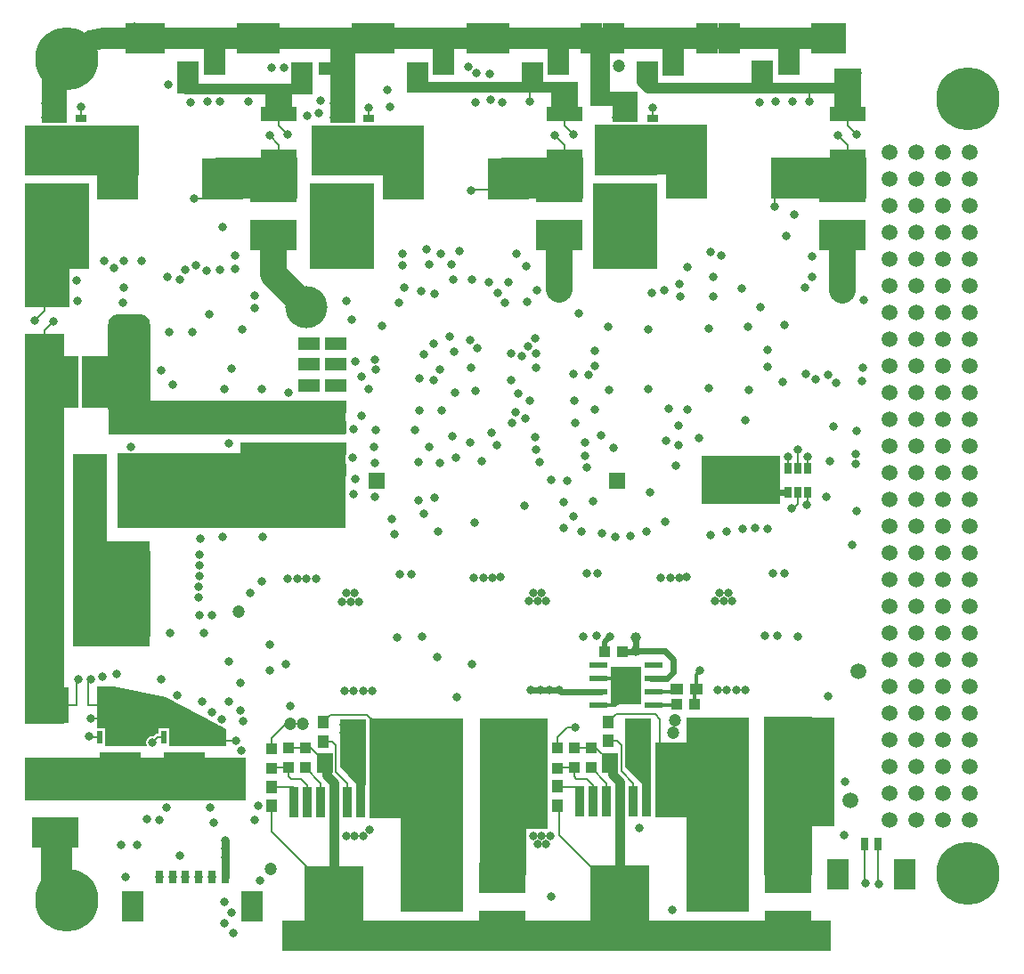
<source format=gtl>
%FSLAX44Y44*%
%MOMM*%
G71*
G01*
G75*
G04 Layer_Physical_Order=1*
G04 Layer_Color=255*
%ADD10C,2.0000*%
%ADD11R,5.6000X6.3500*%
%ADD12R,0.9100X3.0000*%
%ADD13R,3.5000X1.4000*%
%ADD14R,1.4000X3.5000*%
%ADD15R,1.1000X1.1000*%
%ADD16R,1.0000X0.7000*%
%ADD17R,0.8000X1.3000*%
%ADD18R,2.1000X3.0000*%
%ADD19R,4.0000X4.0000*%
%ADD20R,6.0000X6.0000*%
%ADD21R,6.0000X2.0000*%
%ADD22R,4.5000X3.0000*%
%ADD23R,1.1000X1.2000*%
%ADD24R,1.5000X1.9000*%
%ADD25R,0.6100X1.2700*%
%ADD26R,3.9100X3.7500*%
%ADD27R,1.2000X1.1000*%
%ADD28R,1.0000X1.1000*%
G04:AMPARAMS|DCode=29|XSize=4mm|YSize=10mm|CornerRadius=1mm|HoleSize=0mm|Usage=FLASHONLY|Rotation=0.000|XOffset=0mm|YOffset=0mm|HoleType=Round|Shape=RoundedRectangle|*
%AMROUNDEDRECTD29*
21,1,4.0000,8.0000,0,0,0.0*
21,1,2.0000,10.0000,0,0,0.0*
1,1,2.0000,1.0000,-4.0000*
1,1,2.0000,-1.0000,-4.0000*
1,1,2.0000,-1.0000,4.0000*
1,1,2.0000,1.0000,4.0000*
%
%ADD29ROUNDEDRECTD29*%
%ADD30R,2.0000X1.2000*%
%ADD31R,3.2000X1.0000*%
%ADD32R,1.7500X0.6000*%
%ADD33R,2.8500X3.6000*%
%ADD34R,0.6500X1.0500*%
%ADD35C,0.6000*%
%ADD36C,0.5000*%
%ADD37C,0.2000*%
%ADD38C,0.3000*%
%ADD39C,3.0000*%
%ADD40C,0.8000*%
%ADD41C,1.0000*%
%ADD42C,0.9000*%
%ADD43C,2.5000*%
%ADD44R,7.4500X4.6250*%
%ADD45R,9.9750X4.0250*%
%ADD46R,5.1750X10.4000*%
%ADD47R,4.5050X10.5100*%
%ADD48R,6.0000X12.8250*%
%ADD49R,3.6750X7.1250*%
%ADD50R,4.4500X9.4500*%
%ADD51R,3.3500X4.9500*%
%ADD52R,2.7750X4.9500*%
%ADD53R,2.4750X3.0000*%
%ADD54R,1.6750X2.9750*%
%ADD55R,3.4750X1.4000*%
%ADD56R,1.9750X6.4580*%
%ADD57R,1.0000X0.5750*%
%ADD58R,6.0000X14.0500*%
%ADD59R,2.4000X2.8960*%
%ADD60R,6.1000X8.1000*%
%ADD61R,10.7750X4.8000*%
%ADD62R,7.8000X3.9750*%
%ADD63R,2.4320X7.9440*%
%ADD64R,3.8000X37.1000*%
%ADD65R,21.1000X4.0500*%
%ADD66R,10.8840X4.8000*%
%ADD67R,2.4000X6.0670*%
%ADD68R,52.1900X2.9500*%
%ADD69R,4.5050X14.9600*%
%ADD70R,0.9250X1.1250*%
%ADD71R,4.5300X15.0600*%
%ADD72R,4.3240X3.9600*%
%ADD73R,2.0500X3.1000*%
%ADD74R,2.0500X3.1500*%
%ADD75R,2.5750X2.6000*%
%ADD76R,2.0750X2.9750*%
%ADD77R,2.0500X2.4750*%
%ADD78R,2.5250X2.6750*%
%ADD79R,2.0750X1.9250*%
%ADD80R,2.0500X2.6500*%
%ADD81R,2.6500X3.9750*%
%ADD82R,2.0500X3.3750*%
%ADD83R,2.0500X3.8750*%
%ADD84R,2.0500X3.2750*%
%ADD85R,2.0500X3.4000*%
%ADD86R,2.0500X3.1250*%
%ADD87R,2.4250X1.3000*%
%ADD88R,22.6250X3.2250*%
%ADD89R,21.7000X7.1000*%
%ADD90R,3.2250X18.4000*%
%ADD91R,6.9750X10.0250*%
%ADD92C,1.5000*%
%ADD93C,2.5000*%
%ADD94C,4.0000*%
%ADD95R,1.5000X1.5000*%
%ADD96R,1.5000X1.5000*%
%ADD97C,0.8000*%
%ADD98C,1.0000*%
%ADD99C,1.2000*%
%ADD100C,6.0000*%
%ADD101C,1.7000*%
%ADD102C,1.8000*%
%ADD103C,0.6600*%
G36*
X284500Y108788D02*
X283495Y108012D01*
X275853Y110000D01*
X260000Y126500D01*
Y171750D01*
X284500D01*
Y108788D01*
D02*
G37*
G36*
X556000Y109038D02*
X554995Y108261D01*
X547353Y110250D01*
X531500Y126750D01*
Y172000D01*
X556000D01*
Y109038D01*
D02*
G37*
G36*
X94500Y192750D02*
X142780Y167141D01*
X142924Y166924D01*
X144909Y165598D01*
X146155Y165350D01*
X152000Y162250D01*
Y146000D01*
X97950D01*
Y146650D01*
X97950D01*
Y163350D01*
X87850D01*
Y158059D01*
X86250D01*
X86250Y158059D01*
X85079Y157826D01*
X84087Y157163D01*
X82667Y155743D01*
X82004Y155875D01*
X79663Y155409D01*
X77678Y154083D01*
X76352Y152098D01*
X75887Y149757D01*
X76352Y147416D01*
X76550Y147120D01*
X75951Y146000D01*
X36950D01*
Y146650D01*
X36950D01*
Y163350D01*
X29000D01*
Y203000D01*
X45000D01*
X94500Y192750D01*
D02*
G37*
D10*
X33851Y819080D02*
G03*
X15891Y811640I0J-25400D01*
G01*
X158250Y819080D02*
X172110D01*
X192610D01*
X281110D01*
X410860D02*
X499360D01*
X33851D02*
X83610D01*
X158250D01*
X281110D02*
X301860D01*
X390360D01*
X410860D01*
X499360D02*
X718360D01*
D11*
X254700Y900D02*
D03*
X526200Y1150D02*
D03*
D12*
X216600Y93150D02*
D03*
X229300D02*
D03*
X242000D02*
D03*
X254700D02*
D03*
X267400D02*
D03*
X280100D02*
D03*
X292800D02*
D03*
X564300Y93400D02*
D03*
X551600D02*
D03*
X538900D02*
D03*
X526200D02*
D03*
X513500D02*
D03*
X500800D02*
D03*
X488100D02*
D03*
D13*
X742910Y747540D02*
D03*
Y706540D02*
D03*
X473570Y706310D02*
D03*
Y747310D02*
D03*
X202090Y747330D02*
D03*
Y706330D02*
D03*
X-21000Y571500D02*
D03*
Y530500D02*
D03*
D14*
X36500Y185000D02*
D03*
X-4500D02*
D03*
D15*
X466500Y125250D02*
D03*
Y144250D02*
D03*
X195000Y125000D02*
D03*
Y144000D02*
D03*
X482600Y144900D02*
D03*
Y125900D02*
D03*
X211100Y144650D02*
D03*
Y125650D02*
D03*
X498600Y144900D02*
D03*
Y125900D02*
D03*
X227100Y144650D02*
D03*
Y125650D02*
D03*
D16*
X557000Y724000D02*
D03*
Y733500D02*
D03*
Y743000D02*
D03*
X531000Y743000D02*
D03*
Y733500D02*
D03*
Y724000D02*
D03*
X261750Y723750D02*
D03*
Y733250D02*
D03*
Y742750D02*
D03*
X287750Y742750D02*
D03*
Y733250D02*
D03*
Y723750D02*
D03*
X13750Y723750D02*
D03*
Y733250D02*
D03*
Y742750D02*
D03*
X-12250Y742750D02*
D03*
Y733250D02*
D03*
Y723750D02*
D03*
D17*
X255750Y790700D02*
D03*
X243250D02*
D03*
X230750D02*
D03*
X218250D02*
D03*
X545999Y790700D02*
D03*
X558499D02*
D03*
X570999D02*
D03*
X583499D02*
D03*
X365000Y790700D02*
D03*
X352500D02*
D03*
X340000D02*
D03*
X327500D02*
D03*
X109250D02*
D03*
X121750D02*
D03*
X134250D02*
D03*
X146750D02*
D03*
X758750Y53000D02*
D03*
X771250D02*
D03*
X693000Y790750D02*
D03*
X680500D02*
D03*
X668000D02*
D03*
X655500D02*
D03*
X436500Y790700D02*
D03*
X449000D02*
D03*
X461500D02*
D03*
X474000D02*
D03*
X125750Y22000D02*
D03*
X113250D02*
D03*
X100750D02*
D03*
X88250D02*
D03*
X138250D02*
D03*
X150750D02*
D03*
D18*
X281110Y819080D02*
D03*
X192610D02*
D03*
X520359Y819080D02*
D03*
X608859D02*
D03*
X390360Y819080D02*
D03*
X301860D02*
D03*
X83610D02*
D03*
X172110D02*
D03*
X733390Y24620D02*
D03*
X796890D02*
D03*
X718360Y819130D02*
D03*
X629860D02*
D03*
X410860Y819080D02*
D03*
X499360D02*
D03*
X62890Y-6380D02*
D03*
X176390D02*
D03*
D19*
X431500Y115500D02*
D03*
X331500D02*
D03*
X689560Y686090D02*
D03*
X589560D02*
D03*
X320220Y685860D02*
D03*
X420220D02*
D03*
X148740Y685880D02*
D03*
X48740D02*
D03*
X602500Y115500D02*
D03*
X702500D02*
D03*
D20*
X619000Y18200D02*
D03*
X347500Y17950D02*
D03*
X263000Y650900D02*
D03*
X-8910Y650730D02*
D03*
X532000Y650900D02*
D03*
D21*
X619000Y-29900D02*
D03*
X347500Y-30150D02*
D03*
X263000Y699000D02*
D03*
X-8910Y698830D02*
D03*
X532000Y699000D02*
D03*
D22*
X686200Y-24900D02*
D03*
Y21100D02*
D03*
X414700Y-25150D02*
D03*
Y20850D02*
D03*
X737910Y632040D02*
D03*
Y678040D02*
D03*
X468570Y631810D02*
D03*
Y677810D02*
D03*
X197090Y631830D02*
D03*
Y677830D02*
D03*
X-10500Y64000D02*
D03*
Y110000D02*
D03*
D23*
X244000Y168750D02*
D03*
Y150750D02*
D03*
X466500Y107750D02*
D03*
Y89750D02*
D03*
X195000Y107500D02*
D03*
Y89500D02*
D03*
X515500Y169000D02*
D03*
Y151000D02*
D03*
D24*
X245500Y129750D02*
D03*
X276500D02*
D03*
X517000Y130000D02*
D03*
X548000D02*
D03*
D25*
X131000Y155000D02*
D03*
X118300D02*
D03*
X105600D02*
D03*
X92900D02*
D03*
Y101600D02*
D03*
X105600D02*
D03*
X118300D02*
D03*
X131000D02*
D03*
X70000Y155000D02*
D03*
X57300D02*
D03*
X44600D02*
D03*
X31900D02*
D03*
Y101600D02*
D03*
X44600D02*
D03*
X57300D02*
D03*
X70000D02*
D03*
D26*
X111950Y121700D02*
D03*
X50950D02*
D03*
D27*
X598500Y200500D02*
D03*
X580500D02*
D03*
D28*
X597499Y186000D02*
D03*
X580499D02*
D03*
X528999Y236000D02*
D03*
X511999D02*
D03*
D29*
X59480Y290660D02*
D03*
Y506900D02*
D03*
D30*
X255750Y409000D02*
D03*
X230750D02*
D03*
X255750Y429000D02*
D03*
X230750D02*
D03*
X255750Y449000D02*
D03*
X230750D02*
D03*
X255750Y469000D02*
D03*
X230750D02*
D03*
X255750Y489000D02*
D03*
X230750D02*
D03*
X255750Y509000D02*
D03*
X230750D02*
D03*
X255750Y529000D02*
D03*
X230750D02*
D03*
D31*
X22000Y415000D02*
D03*
X70000D02*
D03*
X22000Y395000D02*
D03*
X70000D02*
D03*
X22000Y375000D02*
D03*
X70000D02*
D03*
D32*
X506000Y223050D02*
D03*
Y210350D02*
D03*
Y197650D02*
D03*
Y184950D02*
D03*
X558000Y223050D02*
D03*
Y210350D02*
D03*
Y197650D02*
D03*
Y184950D02*
D03*
D33*
X532000Y204000D02*
D03*
D34*
X685750Y387500D02*
D03*
X695250D02*
D03*
X704750D02*
D03*
Y410000D02*
D03*
X695250D02*
D03*
X685750D02*
D03*
D35*
X624360Y398780D02*
X635640Y387500D01*
X685750D01*
X528999Y236000D02*
X541250D01*
X468290Y199600D02*
X470240Y197650D01*
X508000D01*
X541750Y240000D02*
Y249250D01*
Y236500D02*
X569000D01*
X577250Y228250D01*
Y216750D02*
Y228250D01*
X570850Y210350D02*
X577250Y216750D01*
X556000Y210350D02*
X570850D01*
X441540Y199600D02*
X468290D01*
D36*
X511999Y244999D02*
X517000Y250000D01*
X511999Y236000D02*
Y244999D01*
D37*
X476250Y164000D02*
X483500D01*
X466500Y154250D02*
X476250Y164000D01*
X508000Y184950D02*
X509200Y183750D01*
X292000Y91500D02*
Y169750D01*
X285750Y176000D02*
X292000Y169750D01*
X251250Y176000D02*
X285750D01*
X466500Y89750D02*
X468250Y88000D01*
Y61750D02*
Y88000D01*
Y61750D02*
X526200Y3800D01*
X36500Y172250D02*
Y185000D01*
X23000Y172250D02*
X36500D01*
X422800Y119150D02*
Y142200D01*
X666550Y172200D02*
X694300D01*
X564250Y92500D02*
Y171750D01*
X559750Y176250D02*
X564250Y171750D01*
Y92500D02*
X565000Y91750D01*
X134493Y151507D02*
X161508D01*
X19000Y157250D02*
X21250Y155000D01*
X31900D01*
X82004Y149757D02*
Y150754D01*
X86250Y155000D01*
X92900D01*
X201500Y771000D02*
X230000D01*
X10000Y185000D02*
Y210000D01*
X694300Y119400D02*
Y172200D01*
X21000Y185000D02*
Y210000D01*
X466500Y107100D02*
X488100D01*
X466000D02*
X466500D01*
X195000Y106850D02*
X216600D01*
X194500D02*
X195000D01*
X557000Y743000D02*
Y753000D01*
X287750Y742750D02*
Y753250D01*
X771250Y16500D02*
X772500Y15250D01*
X689422Y371828D02*
X690000Y371250D01*
X742910Y736320D02*
Y747540D01*
Y736320D02*
X751420Y727810D01*
X742910Y706540D02*
Y718020D01*
X733820Y727110D02*
X742910Y718020D01*
X673820Y670350D02*
X689560Y686090D01*
X673820Y659210D02*
Y670350D01*
X473570Y736090D02*
Y747310D01*
Y736090D02*
X482080Y727580D01*
X473570Y706310D02*
Y717790D01*
X464480Y726880D02*
X473570Y717790D01*
X129860Y667000D02*
X148740Y685880D01*
X193000Y726900D02*
X202090Y717810D01*
Y706330D02*
Y717810D01*
Y736110D02*
X210600Y727600D01*
X202090Y736110D02*
Y747330D01*
X-4500Y185000D02*
X10000D01*
X21000D02*
X36500D01*
X195000Y65000D02*
X254700Y5300D01*
X195000Y65000D02*
Y89500D01*
X256000Y121850D02*
Y147000D01*
X211100Y144650D02*
X227100D01*
X199500Y125650D02*
X211100D01*
X229300Y93150D02*
Y108750D01*
X223100Y114950D02*
X229300Y108750D01*
X213500Y114950D02*
X223100D01*
X211100Y117350D02*
X213500Y114950D01*
X211100Y117350D02*
Y125650D01*
X242000Y93150D02*
Y110750D01*
X227100Y125650D02*
X242000Y110750D01*
X267400Y93150D02*
Y110450D01*
X256000Y121850D02*
X267400Y110450D01*
X252250Y150750D02*
X256000Y147000D01*
X244000Y150750D02*
X252250D01*
X244000Y168750D02*
X251250Y176000D01*
X227100Y144650D02*
X232100D01*
X245500Y131250D01*
X515500Y151000D02*
X523750D01*
X527500Y147250D01*
X538900Y93400D02*
Y110700D01*
X527500Y122100D02*
Y147250D01*
Y122100D02*
X538900Y110700D01*
X498600Y125900D02*
X513500Y111000D01*
Y93400D02*
Y111000D01*
X482600Y117600D02*
Y125900D01*
X500800Y93400D02*
Y109000D01*
X482600Y117600D02*
X485000Y115200D01*
X494600D02*
X500800Y109000D01*
X485000Y115200D02*
X494600D01*
X471000Y125900D02*
X482600D01*
X482600Y144900D02*
X498600D01*
X503600D01*
X517000Y131500D01*
X522750Y176250D02*
X559750D01*
X515500Y169000D02*
X522750Y176250D01*
X195000Y144000D02*
Y153750D01*
X466500Y144250D02*
Y154250D01*
X-21000Y530500D02*
Y541500D01*
X-12600Y549900D01*
X-21000Y560000D02*
Y571500D01*
X-30400Y550600D02*
X-21000Y560000D01*
X440771Y759479D02*
Y772500D01*
X706535Y759465D02*
Y771750D01*
X685750Y410000D02*
Y421750D01*
X695250Y410000D02*
Y428000D01*
X704750Y410000D02*
Y421500D01*
Y375750D02*
Y387500D01*
X695250Y376500D02*
Y387500D01*
X771250Y16500D02*
Y53000D01*
X13750Y742750D02*
Y753500D01*
X13500Y753750D02*
X13750Y753500D01*
X121250Y667000D02*
X129860Y667000D01*
X384500Y674750D02*
X385396Y675646D01*
X410006D01*
X404480Y670120D02*
X410006Y675646D01*
X420220Y685860D01*
X758750Y15500D02*
Y53000D01*
X690000Y371250D02*
X695250Y376500D01*
X161508Y151492D02*
Y151507D01*
Y151492D02*
X162000Y151000D01*
X704732Y375768D02*
X704750Y375750D01*
X704034Y375768D02*
X704732D01*
X195000Y153750D02*
X208250Y167000D01*
X213000D01*
D38*
X598500Y214000D02*
X602500Y218000D01*
X598500Y200500D02*
Y214000D01*
X522200Y184950D02*
X532000Y194750D01*
X508000Y184950D02*
X522200D01*
X508000Y210350D02*
X525650D01*
X597499Y186000D02*
Y199499D01*
X556000Y184950D02*
X579449D01*
X556000Y197650D02*
X577650D01*
D39*
X-10000Y10000D02*
Y60500D01*
Y10000D02*
X0Y0D01*
D40*
X150750Y22000D02*
Y56500D01*
X150750Y56500D01*
D41*
X547000Y777750D02*
X553000Y771750D01*
X706535D01*
X113750Y771250D02*
X210000D01*
X340000Y772500D02*
X440771D01*
X475000D01*
X706535Y771750D02*
X747500D01*
D42*
X526200Y3800D02*
Y93400D01*
Y1150D02*
Y3800D01*
X254700Y5300D02*
Y93150D01*
Y900D02*
Y5300D01*
Y93150D02*
Y111780D01*
X247960Y118520D02*
X254700Y111780D01*
X247960Y118520D02*
Y127290D01*
X526200Y93400D02*
Y112030D01*
X519460Y118770D02*
Y127540D01*
Y118770D02*
X526200Y112030D01*
D43*
X737910Y579910D02*
Y632040D01*
X468570Y580430D02*
Y631810D01*
X197090Y595160D02*
X228250Y564000D01*
X197090Y595160D02*
Y631830D01*
D44*
X641000Y399125D02*
D03*
D45*
X215625Y414875D02*
D03*
D46*
X705125Y122000D02*
D03*
D47*
X435525Y120200D02*
D03*
D48*
X619000Y109375D02*
D03*
D49*
X578125Y114125D02*
D03*
D50*
X310000Y125250D02*
D03*
D51*
X-6000Y492750D02*
D03*
D52*
X28375D02*
D03*
D53*
X68375Y819000D02*
D03*
D54*
X732375Y819125D02*
D03*
D55*
X522125Y761500D02*
D03*
D56*
X507125Y786790D02*
D03*
D57*
X557750Y778375D02*
D03*
D58*
X347500Y102250D02*
D03*
D59*
X530910Y754020D02*
D03*
D60*
X531410Y640540D02*
D03*
X262070Y640310D02*
D03*
X-9410Y640330D02*
D03*
D61*
X555785Y713040D02*
D03*
X286445Y712810D02*
D03*
D62*
X721410Y686165D02*
D03*
X452070Y685935D02*
D03*
X180590Y685955D02*
D03*
D63*
X262410Y779030D02*
D03*
D64*
X-21000Y352500D02*
D03*
D65*
X65500Y115250D02*
D03*
D66*
X14420Y712830D02*
D03*
D67*
X-11910Y769665D02*
D03*
D68*
X466050Y-33750D02*
D03*
D69*
X414775Y97950D02*
D03*
D70*
X280125Y105875D02*
D03*
X551625Y106125D02*
D03*
D71*
X686150Y98700D02*
D03*
D72*
X-18280Y583300D02*
D03*
D73*
X115500Y781750D02*
D03*
D74*
X224250Y781500D02*
D03*
D75*
X202125Y763250D02*
D03*
D76*
X333875Y782375D02*
D03*
D77*
X442750Y784875D02*
D03*
D78*
X473625Y764125D02*
D03*
D79*
X552375Y787625D02*
D03*
D80*
X661750Y785000D02*
D03*
D81*
X742750Y770875D02*
D03*
D82*
X577250Y800875D02*
D03*
D83*
X686750Y803625D02*
D03*
D84*
X467750Y800625D02*
D03*
D85*
X358750Y801250D02*
D03*
D86*
X140500Y799875D02*
D03*
D87*
X251375Y790750D02*
D03*
D88*
X152625Y458875D02*
D03*
D89*
X157250Y389000D02*
D03*
D90*
X22125Y332500D02*
D03*
D91*
X44625Y290625D02*
D03*
D92*
X782320Y711200D02*
D03*
X807720D02*
D03*
X782320Y685800D02*
D03*
X807720D02*
D03*
X782320Y660400D02*
D03*
X807720D02*
D03*
X782320Y635000D02*
D03*
X807720D02*
D03*
X782320Y609600D02*
D03*
X807720D02*
D03*
X782320Y584200D02*
D03*
X807720D02*
D03*
X782320Y558800D02*
D03*
X807720D02*
D03*
X782320Y533400D02*
D03*
X807720D02*
D03*
X782320Y508000D02*
D03*
X807720D02*
D03*
X782320Y482600D02*
D03*
X807720D02*
D03*
X782320Y457200D02*
D03*
X807720D02*
D03*
X782320Y431800D02*
D03*
X807720D02*
D03*
X782320Y406400D02*
D03*
X807720D02*
D03*
X782320Y381000D02*
D03*
X807720D02*
D03*
X782320Y355600D02*
D03*
X807720D02*
D03*
X782320Y330200D02*
D03*
X807720D02*
D03*
X782320Y304800D02*
D03*
X807720D02*
D03*
X782320Y279400D02*
D03*
X807720D02*
D03*
X782320Y254000D02*
D03*
X807720D02*
D03*
X782320Y228600D02*
D03*
X807720D02*
D03*
X782320Y203200D02*
D03*
X807720D02*
D03*
X782320Y177800D02*
D03*
X807720D02*
D03*
X782320Y152400D02*
D03*
X807720D02*
D03*
X782320Y127000D02*
D03*
X807720D02*
D03*
X782320Y101600D02*
D03*
X807720D02*
D03*
X782320Y76200D02*
D03*
X807720D02*
D03*
X833120Y711200D02*
D03*
X858520D02*
D03*
X833120Y685800D02*
D03*
X858520D02*
D03*
X833120Y660400D02*
D03*
X858520D02*
D03*
X833120Y635000D02*
D03*
X858520D02*
D03*
X833120Y609600D02*
D03*
X858520D02*
D03*
X833120Y584200D02*
D03*
X858520D02*
D03*
X833120Y558800D02*
D03*
X858520D02*
D03*
X833120Y533400D02*
D03*
X858520D02*
D03*
X833120Y508000D02*
D03*
X858520D02*
D03*
X833120Y482600D02*
D03*
X858520D02*
D03*
X833120Y457200D02*
D03*
X858520D02*
D03*
X833120Y431800D02*
D03*
X858520D02*
D03*
X833120Y406400D02*
D03*
X858520D02*
D03*
X833120Y381000D02*
D03*
X858520D02*
D03*
X833120Y355600D02*
D03*
X858520D02*
D03*
X833120Y330200D02*
D03*
X858520D02*
D03*
X833120Y304800D02*
D03*
X858520D02*
D03*
X833120Y279400D02*
D03*
X858520D02*
D03*
X833120Y254000D02*
D03*
X858520D02*
D03*
X833120Y228600D02*
D03*
X858520D02*
D03*
X833120Y203200D02*
D03*
X858520D02*
D03*
X833120Y177800D02*
D03*
X858520D02*
D03*
X833120Y152400D02*
D03*
X858520D02*
D03*
X833120Y127000D02*
D03*
X858520D02*
D03*
X833120Y101600D02*
D03*
X858520D02*
D03*
X833120Y76200D02*
D03*
X858520D02*
D03*
X1600Y507400D02*
D03*
X27000D02*
D03*
X1600Y482000D02*
D03*
X744960Y94540D02*
D03*
X753000Y217000D02*
D03*
D93*
X187480Y398780D02*
D03*
D94*
X624360D02*
D03*
X228250Y374000D02*
D03*
Y564000D02*
D03*
D95*
X27000Y482000D02*
D03*
D96*
X523500Y398780D02*
D03*
X295000D02*
D03*
D97*
X483500Y164000D02*
D03*
X602500Y218000D02*
D03*
X535500Y167000D02*
D03*
X551500D02*
D03*
X543500D02*
D03*
X551500Y159000D02*
D03*
X543500D02*
D03*
X627500Y350500D02*
D03*
X551750Y350500D02*
D03*
X536000Y346000D02*
D03*
X663999Y251000D02*
D03*
X76500Y77000D02*
D03*
X67250Y52250D02*
D03*
X126250Y328250D02*
D03*
X34000Y212000D02*
D03*
X48000Y215000D02*
D03*
X695034Y250012D02*
D03*
X522000Y344750D02*
D03*
X489389Y350389D02*
D03*
X583500Y574000D02*
D03*
X309750Y362000D02*
D03*
X312099Y347901D02*
D03*
X157500Y113750D02*
D03*
X166000D02*
D03*
X21500Y155750D02*
D03*
X23000Y172250D02*
D03*
X-5000Y128500D02*
D03*
X-32000Y128250D02*
D03*
X-23000D02*
D03*
X-14000Y128500D02*
D03*
X4250Y128750D02*
D03*
X82004Y149757D02*
D03*
X166008Y122506D02*
D03*
X157508D02*
D03*
X95000Y87500D02*
D03*
X52000Y52500D02*
D03*
X275000Y400250D02*
D03*
X293500Y383500D02*
D03*
X273000Y385500D02*
D03*
X335000Y380000D02*
D03*
X555000Y387500D02*
D03*
X569000Y359750D02*
D03*
X460750Y399500D02*
D03*
X579500Y412500D02*
D03*
X494500Y411000D02*
D03*
X304750Y770000D02*
D03*
X350000Y576000D02*
D03*
X98500Y253500D02*
D03*
X54003Y567778D02*
D03*
X89750Y503500D02*
D03*
X158250Y819080D02*
D03*
X160258Y612780D02*
D03*
X319250Y603500D02*
D03*
X299750Y545750D02*
D03*
X642000Y581000D02*
D03*
X702250Y582250D02*
D03*
X583000Y585500D02*
D03*
X691820Y651500D02*
D03*
X722250Y382950D02*
D03*
X64500Y830000D02*
D03*
Y819750D02*
D03*
Y809250D02*
D03*
X401750Y829750D02*
D03*
Y819500D02*
D03*
Y809000D02*
D03*
X292500Y829500D02*
D03*
Y819250D02*
D03*
Y808750D02*
D03*
X736250D02*
D03*
Y819250D02*
D03*
Y829500D02*
D03*
X724250Y193250D02*
D03*
X482250Y365000D02*
D03*
X504000Y250750D02*
D03*
X612750Y346500D02*
D03*
X435500Y374500D02*
D03*
X335500Y465250D02*
D03*
X404500Y444250D02*
D03*
X370268Y420271D02*
D03*
X328750Y813250D02*
D03*
X240000Y748000D02*
D03*
X570500Y436500D02*
D03*
X126302Y318092D02*
D03*
X138250Y22000D02*
D03*
X751250Y369500D02*
D03*
X667000Y507000D02*
D03*
Y523000D02*
D03*
X321000Y582000D02*
D03*
X315750Y567500D02*
D03*
X349000Y529000D02*
D03*
X417000Y567500D02*
D03*
X422750Y519250D02*
D03*
X655000Y353250D02*
D03*
X643000Y352750D02*
D03*
X388750Y484000D02*
D03*
X689422Y371828D02*
D03*
X487000Y557250D02*
D03*
X519750Y429500D02*
D03*
X502750Y522250D02*
D03*
X524160Y619040D02*
D03*
X524160Y604040D02*
D03*
X554160Y619040D02*
D03*
X509160D02*
D03*
X509160Y604040D02*
D03*
X546660Y611540D02*
D03*
X531660D02*
D03*
X645500Y455750D02*
D03*
X500500Y379250D02*
D03*
X508250Y442000D02*
D03*
X483250Y475000D02*
D03*
X483750Y453500D02*
D03*
X492750Y435250D02*
D03*
Y422500D02*
D03*
X476250Y398250D02*
D03*
X336000Y496250D02*
D03*
X339500Y519000D02*
D03*
X294500Y446750D02*
D03*
X280500Y460000D02*
D03*
X383750Y435250D02*
D03*
X293250Y415000D02*
D03*
X395000Y417000D02*
D03*
X353500Y350250D02*
D03*
X314100Y249650D02*
D03*
X352250Y230500D02*
D03*
X340000Y367500D02*
D03*
X473000Y353500D02*
D03*
X350000Y382250D02*
D03*
X708785Y611530D02*
D03*
X174500Y292000D02*
D03*
X126250Y308000D02*
D03*
X228000Y305250D02*
D03*
X553500Y485750D02*
D03*
X610500Y486500D02*
D03*
Y543500D02*
D03*
X553500Y542750D02*
D03*
X622750Y613000D02*
D03*
X157000Y-12500D02*
D03*
X150500Y-22000D02*
D03*
X158500Y-31500D02*
D03*
X150000Y-2000D02*
D03*
X150750Y56500D02*
D03*
Y48750D02*
D03*
Y40750D02*
D03*
X402750Y785500D02*
D03*
X734250Y785750D02*
D03*
X743000D02*
D03*
X751750Y786000D02*
D03*
X690000Y759000D02*
D03*
X751420Y727810D02*
D03*
X733820Y727110D02*
D03*
X674660Y759070D02*
D03*
X658660Y758650D02*
D03*
X538910Y757790D02*
D03*
X530910Y764040D02*
D03*
X522910Y758040D02*
D03*
X530910Y751790D02*
D03*
X673820Y659210D02*
D03*
X539160Y619040D02*
D03*
X516660Y611540D02*
D03*
X539160Y604040D02*
D03*
X557000Y753000D02*
D03*
X414500Y758500D02*
D03*
X482080Y727580D02*
D03*
X464480Y726880D02*
D03*
X403705Y760455D02*
D03*
X389320Y758420D02*
D03*
X270570Y757560D02*
D03*
X262570Y763810D02*
D03*
X254570Y757810D02*
D03*
X254570Y743560D02*
D03*
X262570Y751560D02*
D03*
X384500Y674750D02*
D03*
X284820Y618810D02*
D03*
X269820D02*
D03*
X277320Y611310D02*
D03*
X262320D02*
D03*
X287750Y753250D02*
D03*
X160500Y600000D02*
D03*
X117840Y758440D02*
D03*
X133840Y758860D02*
D03*
X145750Y758750D02*
D03*
X193000Y726900D02*
D03*
X210600Y727600D02*
D03*
X590500Y466500D02*
D03*
X572750Y467000D02*
D03*
X516000Y485000D02*
D03*
X515500Y545000D02*
D03*
X135500Y556500D02*
D03*
X157250Y504750D02*
D03*
X178998Y562999D02*
D03*
Y574999D02*
D03*
X98000Y539500D02*
D03*
X120000Y539500D02*
D03*
X149750Y486000D02*
D03*
X90000Y209750D02*
D03*
X23000Y210000D02*
D03*
X11000D02*
D03*
X667000Y353000D02*
D03*
X739250Y61500D02*
D03*
X576000Y-10000D02*
D03*
X460830Y3170D02*
D03*
X184000Y18000D02*
D03*
X338000Y250000D02*
D03*
X694000Y168000D02*
D03*
X703000D02*
D03*
X545000Y68000D02*
D03*
X371000Y193000D02*
D03*
X179000Y76000D02*
D03*
X740250Y112000D02*
D03*
X625000Y284000D02*
D03*
X448000D02*
D03*
Y53000D02*
D03*
X456000D02*
D03*
X460000Y61000D02*
D03*
X452000D02*
D03*
X444000D02*
D03*
X288000Y67000D02*
D03*
X282000Y61000D02*
D03*
X274000D02*
D03*
X266000D02*
D03*
X522000Y116000D02*
D03*
X505040Y310100D02*
D03*
X494540Y310350D02*
D03*
X385890Y224250D02*
D03*
X450540Y199600D02*
D03*
X468290D02*
D03*
X459290D02*
D03*
X441540D02*
D03*
X491390Y250250D02*
D03*
X682430Y310120D02*
D03*
X671930Y310370D02*
D03*
X582680Y305870D02*
D03*
X573930D02*
D03*
X564930D02*
D03*
X645680Y199620D02*
D03*
X636680D02*
D03*
X618930D02*
D03*
X627930D02*
D03*
X208600Y223650D02*
D03*
X327750Y309500D02*
D03*
X317250Y309750D02*
D03*
X237000Y305250D02*
D03*
X113250Y22000D02*
D03*
X88250D02*
D03*
X100750D02*
D03*
X125750D02*
D03*
X129000Y188750D02*
D03*
X138500Y178250D02*
D03*
X88750Y75750D02*
D03*
X441000Y-35750D02*
D03*
X451000D02*
D03*
Y-25750D02*
D03*
X441000D02*
D03*
X311000Y-35750D02*
D03*
Y-25750D02*
D03*
X381000Y-35750D02*
D03*
X391000D02*
D03*
X381000Y-25750D02*
D03*
X391000D02*
D03*
X211000Y-35750D02*
D03*
X221000D02*
D03*
X231000D02*
D03*
X241000D02*
D03*
X251000D02*
D03*
X261000D02*
D03*
X271000D02*
D03*
X281000D02*
D03*
X291000D02*
D03*
X301000D02*
D03*
Y-25750D02*
D03*
X291000D02*
D03*
X281000D02*
D03*
X271000D02*
D03*
X261000D02*
D03*
X251000D02*
D03*
X241000D02*
D03*
X231000D02*
D03*
X221000D02*
D03*
X211000D02*
D03*
X13500Y753750D02*
D03*
X-11910Y751580D02*
D03*
X-19910Y757830D02*
D03*
X-3910Y757580D02*
D03*
X-11910Y763830D02*
D03*
X-20000Y744000D02*
D03*
X121250Y667000D02*
D03*
X-27910Y618830D02*
D03*
X-12910D02*
D03*
X2090D02*
D03*
X17090D02*
D03*
X9590Y611330D02*
D03*
X-5410D02*
D03*
X-20410D02*
D03*
X17090Y603830D02*
D03*
X2090D02*
D03*
X-12910D02*
D03*
X-27910D02*
D03*
X482500Y-35500D02*
D03*
X492500D02*
D03*
X502500D02*
D03*
X482500Y-25500D02*
D03*
X492500D02*
D03*
X512500Y-35500D02*
D03*
X502500Y-25500D02*
D03*
X512500D02*
D03*
X522500Y-35500D02*
D03*
X532500D02*
D03*
X522500Y-25500D02*
D03*
X532500D02*
D03*
X542500Y-35500D02*
D03*
Y-25500D02*
D03*
X552500Y-35500D02*
D03*
X562500D02*
D03*
X572500D02*
D03*
X552500Y-25500D02*
D03*
X562500D02*
D03*
X572500D02*
D03*
X582500Y-35500D02*
D03*
Y-25500D02*
D03*
X722500D02*
D03*
Y-35500D02*
D03*
X652500D02*
D03*
Y-25500D02*
D03*
X662500Y-35500D02*
D03*
Y-25500D02*
D03*
X712500Y-35500D02*
D03*
Y-25500D02*
D03*
X535500Y159000D02*
D03*
X432000Y159000D02*
D03*
X423000D02*
D03*
X414000D02*
D03*
Y168000D02*
D03*
X423000D02*
D03*
X432000D02*
D03*
X685000Y159000D02*
D03*
X694000D02*
D03*
X703000D02*
D03*
X685000Y168000D02*
D03*
X-30400Y550600D02*
D03*
X-12600Y549900D02*
D03*
X10000Y588800D02*
D03*
X10700Y569800D02*
D03*
X54250Y582000D02*
D03*
X166750Y542750D02*
D03*
X337500Y579000D02*
D03*
X390000Y786000D02*
D03*
X307500Y753750D02*
D03*
X229000Y746000D02*
D03*
X173000Y759000D02*
D03*
X207250Y791500D02*
D03*
X194750D02*
D03*
X706535Y759465D02*
D03*
X440771Y759479D02*
D03*
X54500Y607250D02*
D03*
X45000Y601000D02*
D03*
X35500Y607250D02*
D03*
X568500Y579250D02*
D03*
X685750Y421750D02*
D03*
X695250Y428000D02*
D03*
X704750Y421500D02*
D03*
X97000Y775000D02*
D03*
X759750Y15500D02*
D03*
X772500Y15250D02*
D03*
X131000Y254000D02*
D03*
X280000Y158750D02*
D03*
Y166750D02*
D03*
X272000D02*
D03*
X264000Y158750D02*
D03*
X272000D02*
D03*
X264000Y166750D02*
D03*
X282000Y199000D02*
D03*
X264250D02*
D03*
X291000D02*
D03*
X273250D02*
D03*
X405290Y305850D02*
D03*
X396540D02*
D03*
X387540D02*
D03*
X387750Y358750D02*
D03*
X127000Y343750D02*
D03*
X148500Y345500D02*
D03*
X482000Y500000D02*
D03*
X409520Y432021D02*
D03*
X423500Y453250D02*
D03*
X449500Y416250D02*
D03*
X446250Y427750D02*
D03*
X427250Y464000D02*
D03*
X440750Y474750D02*
D03*
X445750Y439750D02*
D03*
X436127Y457873D02*
D03*
X496250Y499000D02*
D03*
X502524Y507775D02*
D03*
X472500Y378000D02*
D03*
X648282Y545027D02*
D03*
X502750Y466000D02*
D03*
X186500Y345500D02*
D03*
X345000Y430250D02*
D03*
X355000Y415750D02*
D03*
X186009Y485774D02*
D03*
X456000Y284000D02*
D03*
X440000D02*
D03*
X444000Y292000D02*
D03*
X452000D02*
D03*
X412999Y306999D02*
D03*
X616980Y284020D02*
D03*
X629000Y292000D02*
D03*
X621000D02*
D03*
X589999Y306999D02*
D03*
X633000Y284000D02*
D03*
X126000Y287750D02*
D03*
X138000Y271000D02*
D03*
X126250Y271000D02*
D03*
X107750Y41750D02*
D03*
X56500Y22000D02*
D03*
X219250Y305250D02*
D03*
X272500Y420750D02*
D03*
X522750Y744250D02*
D03*
X242000Y760000D02*
D03*
X221500Y770000D02*
D03*
X111000Y814000D02*
D03*
X126000Y297980D02*
D03*
X210250Y305250D02*
D03*
X186000Y302500D02*
D03*
X262300Y283400D02*
D03*
X278000Y283000D02*
D03*
X274000Y292000D02*
D03*
X270000Y283000D02*
D03*
X266000Y292000D02*
D03*
X335000Y416000D02*
D03*
X239820Y618810D02*
D03*
X254820D02*
D03*
X247320Y611310D02*
D03*
X271500Y551750D02*
D03*
X293000Y514000D02*
D03*
X280250Y497250D02*
D03*
X294250Y504000D02*
D03*
X355250Y504500D02*
D03*
X349250Y494000D02*
D03*
X287500Y485500D02*
D03*
X274250Y511750D02*
D03*
X256000Y508750D02*
D03*
X255250Y488500D02*
D03*
X230750Y509000D02*
D03*
Y489000D02*
D03*
X71500Y607750D02*
D03*
X108250Y590250D02*
D03*
X123250Y603500D02*
D03*
X113000Y599500D02*
D03*
X95750Y592000D02*
D03*
X133250Y598250D02*
D03*
X708750Y592500D02*
D03*
X615250D02*
D03*
X615000Y573750D02*
D03*
X659750Y563250D02*
D03*
X-29750Y173000D02*
D03*
Y182000D02*
D03*
Y191000D02*
D03*
Y200250D02*
D03*
X61250Y431000D02*
D03*
X100750Y490250D02*
D03*
X148750Y640000D02*
D03*
X146000Y599500D02*
D03*
X284820Y603810D02*
D03*
X319500Y614250D02*
D03*
X345000Y604500D02*
D03*
X447750Y580000D02*
D03*
X385500Y590250D02*
D03*
X368000Y589750D02*
D03*
X366250Y604500D02*
D03*
X373518Y617280D02*
D03*
X356017Y614280D02*
D03*
X342017Y618530D02*
D03*
X554160Y604040D02*
D03*
X556571Y577429D02*
D03*
X590250Y601500D02*
D03*
X612280Y616280D02*
D03*
X684750Y631000D02*
D03*
X381750Y792500D02*
D03*
X140250Y73000D02*
D03*
X105000Y194500D02*
D03*
X137000Y87500D02*
D03*
X182000Y89750D02*
D03*
X166000Y141750D02*
D03*
X161508Y151507D02*
D03*
X167920Y170000D02*
D03*
X154750Y188500D02*
D03*
X165750Y206500D02*
D03*
X154250Y227000D02*
D03*
X193000Y243000D02*
D03*
X211000Y482000D02*
D03*
X154750Y434250D02*
D03*
X193000Y218250D02*
D03*
X147250Y171250D02*
D03*
X165000Y180000D02*
D03*
X212500Y184250D02*
D03*
X704034Y375768D02*
D03*
X292500Y430250D02*
D03*
X648500Y485000D02*
D03*
X751000Y446000D02*
D03*
X726035Y417520D02*
D03*
X750250Y414250D02*
D03*
X729500Y449750D02*
D03*
X747000Y337250D02*
D03*
X731750Y491500D02*
D03*
X680900Y492850D02*
D03*
X757250Y506250D02*
D03*
X724000Y499000D02*
D03*
X702750Y500000D02*
D03*
X712035Y495024D02*
D03*
X750250Y424250D02*
D03*
X758250Y570750D02*
D03*
X445272Y534276D02*
D03*
X582000Y451250D02*
D03*
X582250Y432250D02*
D03*
X601029Y439021D02*
D03*
X756750Y493250D02*
D03*
X682750Y546250D02*
D03*
X410500Y577000D02*
D03*
X402000Y587000D02*
D03*
X436771Y602279D02*
D03*
X446750Y506250D02*
D03*
Y519500D02*
D03*
X432750Y516775D02*
D03*
X429750Y481750D02*
D03*
X422750Y494500D02*
D03*
X438750Y526250D02*
D03*
X364000Y535500D02*
D03*
X367250Y440500D02*
D03*
X356750Y465500D02*
D03*
X369500Y482500D02*
D03*
X331266Y447022D02*
D03*
X273263Y447272D02*
D03*
X517000Y250000D02*
D03*
X-2999Y47499D02*
D03*
X269820Y603810D02*
D03*
X265750Y569250D02*
D03*
X239820Y603810D02*
D03*
X254820D02*
D03*
X385019Y506025D02*
D03*
X427500Y614500D02*
D03*
X420521Y587029D02*
D03*
X437750Y568750D02*
D03*
X368518Y521275D02*
D03*
X390250Y524250D02*
D03*
X384269Y532526D02*
D03*
X675783Y250762D02*
D03*
X509500Y348500D02*
D03*
D98*
X541750Y249250D02*
D03*
Y236500D02*
D03*
D99*
X525026Y793039D02*
D03*
X194000Y29080D02*
D03*
X225000Y167000D02*
D03*
X213000D02*
D03*
X163750Y274250D02*
D03*
X579000Y171000D02*
D03*
X577000Y159000D02*
D03*
X100000Y415000D02*
D03*
Y400000D02*
D03*
Y385000D02*
D03*
Y370000D02*
D03*
X85000Y400000D02*
D03*
X55000Y370000D02*
D03*
X85000Y385000D02*
D03*
Y370000D02*
D03*
X70000Y385000D02*
D03*
Y370000D02*
D03*
D100*
X0Y0D02*
D03*
Y800100D02*
D03*
X857300Y762000D02*
D03*
Y25400D02*
D03*
D101*
X468250Y577250D02*
D03*
X468750Y607750D02*
D03*
D102*
X737750Y576750D02*
D03*
Y608250D02*
D03*
X197090Y604750D02*
D03*
D103*
X526000Y216000D02*
D03*
X538000D02*
D03*
M02*

</source>
